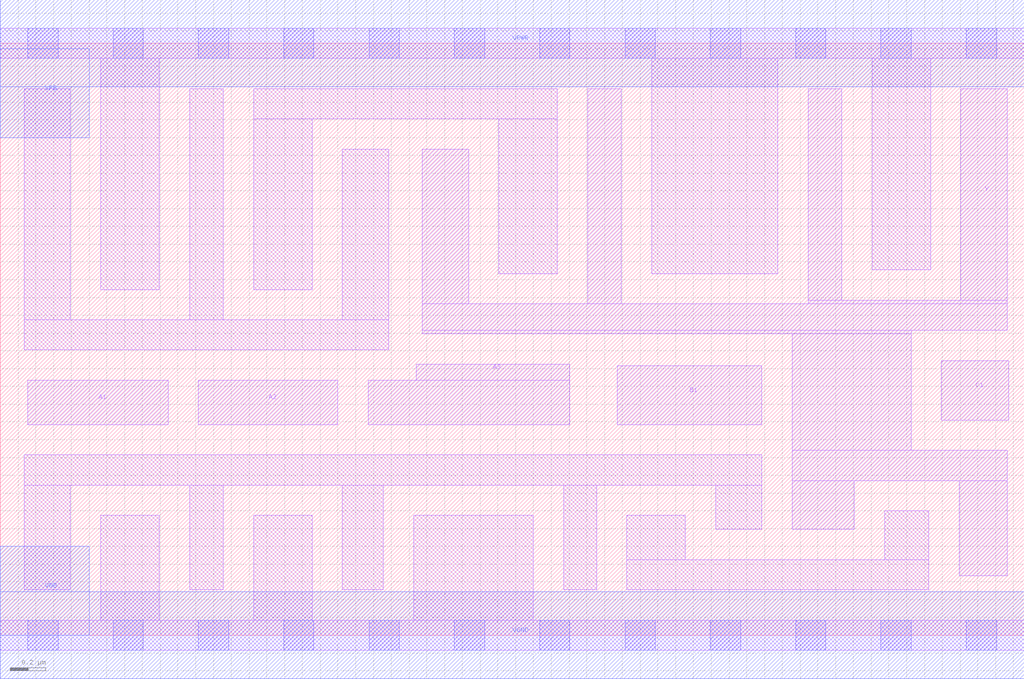
<source format=lef>
# Copyright 2020 The SkyWater PDK Authors
#
# Licensed under the Apache License, Version 2.0 (the "License");
# you may not use this file except in compliance with the License.
# You may obtain a copy of the License at
#
#     https://www.apache.org/licenses/LICENSE-2.0
#
# Unless required by applicable law or agreed to in writing, software
# distributed under the License is distributed on an "AS IS" BASIS,
# WITHOUT WARRANTIES OR CONDITIONS OF ANY KIND, either express or implied.
# See the License for the specific language governing permissions and
# limitations under the License.
#
# SPDX-License-Identifier: Apache-2.0

VERSION 5.5 ;
NAMESCASESENSITIVE ON ;
BUSBITCHARS "[]" ;
DIVIDERCHAR "/" ;
MACRO sky130_fd_sc_lp__o311ai_2
  CLASS CORE ;
  SOURCE USER ;
  ORIGIN  0.000000  0.000000 ;
  SIZE  5.760000 BY  3.330000 ;
  SYMMETRY X Y R90 ;
  SITE unit ;
  PIN A1
    ANTENNAGATEAREA  0.630000 ;
    DIRECTION INPUT ;
    USE SIGNAL ;
    PORT
      LAYER li1 ;
        RECT 0.155000 1.185000 0.945000 1.435000 ;
    END
  END A1
  PIN A2
    ANTENNAGATEAREA  0.630000 ;
    DIRECTION INPUT ;
    USE SIGNAL ;
    PORT
      LAYER li1 ;
        RECT 1.115000 1.185000 1.900000 1.435000 ;
    END
  END A2
  PIN A3
    ANTENNAGATEAREA  0.630000 ;
    DIRECTION INPUT ;
    USE SIGNAL ;
    PORT
      LAYER li1 ;
        RECT 2.070000 1.185000 3.205000 1.435000 ;
        RECT 2.340000 1.435000 3.205000 1.525000 ;
    END
  END A3
  PIN B1
    ANTENNAGATEAREA  0.630000 ;
    DIRECTION INPUT ;
    USE SIGNAL ;
    PORT
      LAYER li1 ;
        RECT 3.470000 1.185000 4.285000 1.515000 ;
    END
  END B1
  PIN C1
    ANTENNAGATEAREA  0.630000 ;
    DIRECTION INPUT ;
    USE SIGNAL ;
    PORT
      LAYER li1 ;
        RECT 5.295000 1.210000 5.675000 1.545000 ;
    END
  END C1
  PIN Y
    ANTENNADIFFAREA  1.818600 ;
    DIRECTION OUTPUT ;
    USE SIGNAL ;
    PORT
      LAYER li1 ;
        RECT 2.375000 1.695000 5.125000 1.715000 ;
        RECT 2.375000 1.715000 5.665000 1.865000 ;
        RECT 2.375000 1.865000 2.635000 2.735000 ;
        RECT 3.305000 1.865000 3.495000 3.075000 ;
        RECT 4.455000 0.595000 4.805000 0.870000 ;
        RECT 4.455000 0.870000 5.665000 1.040000 ;
        RECT 4.455000 1.040000 5.125000 1.695000 ;
        RECT 4.545000 1.865000 5.665000 1.885000 ;
        RECT 4.545000 1.885000 4.735000 3.075000 ;
        RECT 5.395000 0.335000 5.665000 0.870000 ;
        RECT 5.405000 1.885000 5.665000 3.075000 ;
    END
  END Y
  PIN VGND
    DIRECTION INOUT ;
    USE GROUND ;
    PORT
      LAYER met1 ;
        RECT 0.000000 -0.245000 5.760000 0.245000 ;
    END
  END VGND
  PIN VNB
    DIRECTION INOUT ;
    USE GROUND ;
    PORT
    END
  END VNB
  PIN VPB
    DIRECTION INOUT ;
    USE POWER ;
    PORT
    END
  END VPB
  PIN VNB
    DIRECTION INOUT ;
    USE GROUND ;
    PORT
      LAYER met1 ;
        RECT 0.000000 0.000000 0.500000 0.500000 ;
    END
  END VNB
  PIN VPB
    DIRECTION INOUT ;
    USE POWER ;
    PORT
      LAYER met1 ;
        RECT 0.000000 2.800000 0.500000 3.300000 ;
    END
  END VPB
  PIN VPWR
    DIRECTION INOUT ;
    USE POWER ;
    PORT
      LAYER met1 ;
        RECT 0.000000 3.085000 5.760000 3.575000 ;
    END
  END VPWR
  OBS
    LAYER li1 ;
      RECT 0.000000 -0.085000 5.760000 0.085000 ;
      RECT 0.000000  3.245000 5.760000 3.415000 ;
      RECT 0.135000  0.255000 0.395000 0.845000 ;
      RECT 0.135000  0.845000 4.285000 1.015000 ;
      RECT 0.135000  1.605000 2.185000 1.775000 ;
      RECT 0.135000  1.775000 0.395000 3.075000 ;
      RECT 0.565000  0.085000 0.895000 0.675000 ;
      RECT 0.565000  1.945000 0.895000 3.245000 ;
      RECT 1.065000  0.255000 1.255000 0.845000 ;
      RECT 1.065000  1.775000 1.255000 3.075000 ;
      RECT 1.425000  0.085000 1.755000 0.675000 ;
      RECT 1.425000  1.945000 1.755000 2.905000 ;
      RECT 1.425000  2.905000 3.135000 3.075000 ;
      RECT 1.925000  0.255000 2.155000 0.845000 ;
      RECT 1.925000  1.775000 2.185000 2.735000 ;
      RECT 2.325000  0.085000 3.000000 0.675000 ;
      RECT 2.805000  2.035000 3.135000 2.905000 ;
      RECT 3.170000  0.255000 3.355000 0.845000 ;
      RECT 3.525000  0.255000 5.225000 0.425000 ;
      RECT 3.525000  0.425000 3.855000 0.675000 ;
      RECT 3.665000  2.035000 4.375000 3.245000 ;
      RECT 4.025000  0.595000 4.285000 0.845000 ;
      RECT 4.905000  2.055000 5.235000 3.245000 ;
      RECT 4.975000  0.425000 5.225000 0.700000 ;
    LAYER mcon ;
      RECT 0.155000 -0.085000 0.325000 0.085000 ;
      RECT 0.155000  3.245000 0.325000 3.415000 ;
      RECT 0.635000 -0.085000 0.805000 0.085000 ;
      RECT 0.635000  3.245000 0.805000 3.415000 ;
      RECT 1.115000 -0.085000 1.285000 0.085000 ;
      RECT 1.115000  3.245000 1.285000 3.415000 ;
      RECT 1.595000 -0.085000 1.765000 0.085000 ;
      RECT 1.595000  3.245000 1.765000 3.415000 ;
      RECT 2.075000 -0.085000 2.245000 0.085000 ;
      RECT 2.075000  3.245000 2.245000 3.415000 ;
      RECT 2.555000 -0.085000 2.725000 0.085000 ;
      RECT 2.555000  3.245000 2.725000 3.415000 ;
      RECT 3.035000 -0.085000 3.205000 0.085000 ;
      RECT 3.035000  3.245000 3.205000 3.415000 ;
      RECT 3.515000 -0.085000 3.685000 0.085000 ;
      RECT 3.515000  3.245000 3.685000 3.415000 ;
      RECT 3.995000 -0.085000 4.165000 0.085000 ;
      RECT 3.995000  3.245000 4.165000 3.415000 ;
      RECT 4.475000 -0.085000 4.645000 0.085000 ;
      RECT 4.475000  3.245000 4.645000 3.415000 ;
      RECT 4.955000 -0.085000 5.125000 0.085000 ;
      RECT 4.955000  3.245000 5.125000 3.415000 ;
      RECT 5.435000 -0.085000 5.605000 0.085000 ;
      RECT 5.435000  3.245000 5.605000 3.415000 ;
  END
END sky130_fd_sc_lp__o311ai_2
END LIBRARY

</source>
